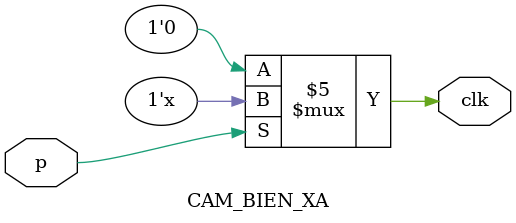
<source format=v>
`timescale 1ns / 1ps
module CAM_BIEN_XA(
    input p,
    output reg clk
    );
	 
initial 
	begin
	clk = 0; 
	end
	
always
begin
#500000;
	if (p)
	clk = ~clk ;
	else
	clk = 0;	
end
endmodule
</source>
